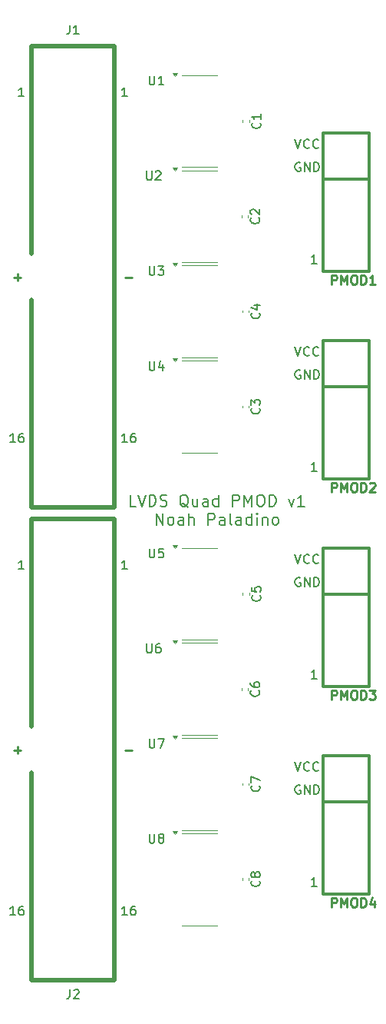
<source format=gbr>
%TF.GenerationSoftware,KiCad,Pcbnew,9.0.0-9.0.0-2~ubuntu24.04.1*%
%TF.CreationDate,2025-03-20T00:33:01-04:00*%
%TF.ProjectId,LVDS-PMOD,4c564453-2d50-44d4-9f44-2e6b69636164,1*%
%TF.SameCoordinates,Original*%
%TF.FileFunction,Legend,Top*%
%TF.FilePolarity,Positive*%
%FSLAX46Y46*%
G04 Gerber Fmt 4.6, Leading zero omitted, Abs format (unit mm)*
G04 Created by KiCad (PCBNEW 9.0.0-9.0.0-2~ubuntu24.04.1) date 2025-03-20 00:33:01*
%MOMM*%
%LPD*%
G01*
G04 APERTURE LIST*
%ADD10C,0.177800*%
%ADD11C,0.150000*%
%ADD12C,0.200000*%
%ADD13C,0.250000*%
%ADD14C,0.254000*%
%ADD15C,0.120000*%
%ADD16C,0.500000*%
%ADD17C,0.304800*%
G04 APERTURE END LIST*
D10*
X46264285Y-86233466D02*
X45659523Y-86233466D01*
X45659523Y-86233466D02*
X45659523Y-84963466D01*
X46506190Y-84963466D02*
X46929523Y-86233466D01*
X46929523Y-86233466D02*
X47352857Y-84963466D01*
X47776189Y-86233466D02*
X47776189Y-84963466D01*
X47776189Y-84963466D02*
X48078570Y-84963466D01*
X48078570Y-84963466D02*
X48259999Y-85023942D01*
X48259999Y-85023942D02*
X48380951Y-85144894D01*
X48380951Y-85144894D02*
X48441428Y-85265847D01*
X48441428Y-85265847D02*
X48501904Y-85507751D01*
X48501904Y-85507751D02*
X48501904Y-85689180D01*
X48501904Y-85689180D02*
X48441428Y-85931085D01*
X48441428Y-85931085D02*
X48380951Y-86052037D01*
X48380951Y-86052037D02*
X48259999Y-86172990D01*
X48259999Y-86172990D02*
X48078570Y-86233466D01*
X48078570Y-86233466D02*
X47776189Y-86233466D01*
X48985713Y-86172990D02*
X49167142Y-86233466D01*
X49167142Y-86233466D02*
X49469523Y-86233466D01*
X49469523Y-86233466D02*
X49590475Y-86172990D01*
X49590475Y-86172990D02*
X49650951Y-86112513D01*
X49650951Y-86112513D02*
X49711428Y-85991561D01*
X49711428Y-85991561D02*
X49711428Y-85870609D01*
X49711428Y-85870609D02*
X49650951Y-85749656D01*
X49650951Y-85749656D02*
X49590475Y-85689180D01*
X49590475Y-85689180D02*
X49469523Y-85628704D01*
X49469523Y-85628704D02*
X49227618Y-85568228D01*
X49227618Y-85568228D02*
X49106666Y-85507751D01*
X49106666Y-85507751D02*
X49046189Y-85447275D01*
X49046189Y-85447275D02*
X48985713Y-85326323D01*
X48985713Y-85326323D02*
X48985713Y-85205370D01*
X48985713Y-85205370D02*
X49046189Y-85084418D01*
X49046189Y-85084418D02*
X49106666Y-85023942D01*
X49106666Y-85023942D02*
X49227618Y-84963466D01*
X49227618Y-84963466D02*
X49529999Y-84963466D01*
X49529999Y-84963466D02*
X49711428Y-85023942D01*
X52069999Y-86354418D02*
X51949047Y-86293942D01*
X51949047Y-86293942D02*
X51828094Y-86172990D01*
X51828094Y-86172990D02*
X51646666Y-85991561D01*
X51646666Y-85991561D02*
X51525713Y-85931085D01*
X51525713Y-85931085D02*
X51404761Y-85931085D01*
X51465237Y-86233466D02*
X51344285Y-86172990D01*
X51344285Y-86172990D02*
X51223332Y-86052037D01*
X51223332Y-86052037D02*
X51162856Y-85810132D01*
X51162856Y-85810132D02*
X51162856Y-85386799D01*
X51162856Y-85386799D02*
X51223332Y-85144894D01*
X51223332Y-85144894D02*
X51344285Y-85023942D01*
X51344285Y-85023942D02*
X51465237Y-84963466D01*
X51465237Y-84963466D02*
X51707142Y-84963466D01*
X51707142Y-84963466D02*
X51828094Y-85023942D01*
X51828094Y-85023942D02*
X51949047Y-85144894D01*
X51949047Y-85144894D02*
X52009523Y-85386799D01*
X52009523Y-85386799D02*
X52009523Y-85810132D01*
X52009523Y-85810132D02*
X51949047Y-86052037D01*
X51949047Y-86052037D02*
X51828094Y-86172990D01*
X51828094Y-86172990D02*
X51707142Y-86233466D01*
X51707142Y-86233466D02*
X51465237Y-86233466D01*
X53098094Y-85386799D02*
X53098094Y-86233466D01*
X52553808Y-85386799D02*
X52553808Y-86052037D01*
X52553808Y-86052037D02*
X52614285Y-86172990D01*
X52614285Y-86172990D02*
X52735237Y-86233466D01*
X52735237Y-86233466D02*
X52916666Y-86233466D01*
X52916666Y-86233466D02*
X53037618Y-86172990D01*
X53037618Y-86172990D02*
X53098094Y-86112513D01*
X54247142Y-86233466D02*
X54247142Y-85568228D01*
X54247142Y-85568228D02*
X54186666Y-85447275D01*
X54186666Y-85447275D02*
X54065714Y-85386799D01*
X54065714Y-85386799D02*
X53823809Y-85386799D01*
X53823809Y-85386799D02*
X53702856Y-85447275D01*
X54247142Y-86172990D02*
X54126190Y-86233466D01*
X54126190Y-86233466D02*
X53823809Y-86233466D01*
X53823809Y-86233466D02*
X53702856Y-86172990D01*
X53702856Y-86172990D02*
X53642380Y-86052037D01*
X53642380Y-86052037D02*
X53642380Y-85931085D01*
X53642380Y-85931085D02*
X53702856Y-85810132D01*
X53702856Y-85810132D02*
X53823809Y-85749656D01*
X53823809Y-85749656D02*
X54126190Y-85749656D01*
X54126190Y-85749656D02*
X54247142Y-85689180D01*
X55396190Y-86233466D02*
X55396190Y-84963466D01*
X55396190Y-86172990D02*
X55275238Y-86233466D01*
X55275238Y-86233466D02*
X55033333Y-86233466D01*
X55033333Y-86233466D02*
X54912381Y-86172990D01*
X54912381Y-86172990D02*
X54851904Y-86112513D01*
X54851904Y-86112513D02*
X54791428Y-85991561D01*
X54791428Y-85991561D02*
X54791428Y-85628704D01*
X54791428Y-85628704D02*
X54851904Y-85507751D01*
X54851904Y-85507751D02*
X54912381Y-85447275D01*
X54912381Y-85447275D02*
X55033333Y-85386799D01*
X55033333Y-85386799D02*
X55275238Y-85386799D01*
X55275238Y-85386799D02*
X55396190Y-85447275D01*
X56968571Y-86233466D02*
X56968571Y-84963466D01*
X56968571Y-84963466D02*
X57452381Y-84963466D01*
X57452381Y-84963466D02*
X57573333Y-85023942D01*
X57573333Y-85023942D02*
X57633810Y-85084418D01*
X57633810Y-85084418D02*
X57694286Y-85205370D01*
X57694286Y-85205370D02*
X57694286Y-85386799D01*
X57694286Y-85386799D02*
X57633810Y-85507751D01*
X57633810Y-85507751D02*
X57573333Y-85568228D01*
X57573333Y-85568228D02*
X57452381Y-85628704D01*
X57452381Y-85628704D02*
X56968571Y-85628704D01*
X58238571Y-86233466D02*
X58238571Y-84963466D01*
X58238571Y-84963466D02*
X58661905Y-85870609D01*
X58661905Y-85870609D02*
X59085238Y-84963466D01*
X59085238Y-84963466D02*
X59085238Y-86233466D01*
X59931905Y-84963466D02*
X60173810Y-84963466D01*
X60173810Y-84963466D02*
X60294762Y-85023942D01*
X60294762Y-85023942D02*
X60415715Y-85144894D01*
X60415715Y-85144894D02*
X60476191Y-85386799D01*
X60476191Y-85386799D02*
X60476191Y-85810132D01*
X60476191Y-85810132D02*
X60415715Y-86052037D01*
X60415715Y-86052037D02*
X60294762Y-86172990D01*
X60294762Y-86172990D02*
X60173810Y-86233466D01*
X60173810Y-86233466D02*
X59931905Y-86233466D01*
X59931905Y-86233466D02*
X59810953Y-86172990D01*
X59810953Y-86172990D02*
X59690000Y-86052037D01*
X59690000Y-86052037D02*
X59629524Y-85810132D01*
X59629524Y-85810132D02*
X59629524Y-85386799D01*
X59629524Y-85386799D02*
X59690000Y-85144894D01*
X59690000Y-85144894D02*
X59810953Y-85023942D01*
X59810953Y-85023942D02*
X59931905Y-84963466D01*
X61020476Y-86233466D02*
X61020476Y-84963466D01*
X61020476Y-84963466D02*
X61322857Y-84963466D01*
X61322857Y-84963466D02*
X61504286Y-85023942D01*
X61504286Y-85023942D02*
X61625238Y-85144894D01*
X61625238Y-85144894D02*
X61685715Y-85265847D01*
X61685715Y-85265847D02*
X61746191Y-85507751D01*
X61746191Y-85507751D02*
X61746191Y-85689180D01*
X61746191Y-85689180D02*
X61685715Y-85931085D01*
X61685715Y-85931085D02*
X61625238Y-86052037D01*
X61625238Y-86052037D02*
X61504286Y-86172990D01*
X61504286Y-86172990D02*
X61322857Y-86233466D01*
X61322857Y-86233466D02*
X61020476Y-86233466D01*
X63137143Y-85386799D02*
X63439524Y-86233466D01*
X63439524Y-86233466D02*
X63741905Y-85386799D01*
X64890953Y-86233466D02*
X64165238Y-86233466D01*
X64528095Y-86233466D02*
X64528095Y-84963466D01*
X64528095Y-84963466D02*
X64407143Y-85144894D01*
X64407143Y-85144894D02*
X64286191Y-85265847D01*
X64286191Y-85265847D02*
X64165238Y-85326323D01*
X48532141Y-88278095D02*
X48532141Y-87008095D01*
X48532141Y-87008095D02*
X49257856Y-88278095D01*
X49257856Y-88278095D02*
X49257856Y-87008095D01*
X50044046Y-88278095D02*
X49923094Y-88217619D01*
X49923094Y-88217619D02*
X49862617Y-88157142D01*
X49862617Y-88157142D02*
X49802141Y-88036190D01*
X49802141Y-88036190D02*
X49802141Y-87673333D01*
X49802141Y-87673333D02*
X49862617Y-87552380D01*
X49862617Y-87552380D02*
X49923094Y-87491904D01*
X49923094Y-87491904D02*
X50044046Y-87431428D01*
X50044046Y-87431428D02*
X50225475Y-87431428D01*
X50225475Y-87431428D02*
X50346427Y-87491904D01*
X50346427Y-87491904D02*
X50406903Y-87552380D01*
X50406903Y-87552380D02*
X50467379Y-87673333D01*
X50467379Y-87673333D02*
X50467379Y-88036190D01*
X50467379Y-88036190D02*
X50406903Y-88157142D01*
X50406903Y-88157142D02*
X50346427Y-88217619D01*
X50346427Y-88217619D02*
X50225475Y-88278095D01*
X50225475Y-88278095D02*
X50044046Y-88278095D01*
X51555951Y-88278095D02*
X51555951Y-87612857D01*
X51555951Y-87612857D02*
X51495475Y-87491904D01*
X51495475Y-87491904D02*
X51374523Y-87431428D01*
X51374523Y-87431428D02*
X51132618Y-87431428D01*
X51132618Y-87431428D02*
X51011665Y-87491904D01*
X51555951Y-88217619D02*
X51434999Y-88278095D01*
X51434999Y-88278095D02*
X51132618Y-88278095D01*
X51132618Y-88278095D02*
X51011665Y-88217619D01*
X51011665Y-88217619D02*
X50951189Y-88096666D01*
X50951189Y-88096666D02*
X50951189Y-87975714D01*
X50951189Y-87975714D02*
X51011665Y-87854761D01*
X51011665Y-87854761D02*
X51132618Y-87794285D01*
X51132618Y-87794285D02*
X51434999Y-87794285D01*
X51434999Y-87794285D02*
X51555951Y-87733809D01*
X52160713Y-88278095D02*
X52160713Y-87008095D01*
X52704999Y-88278095D02*
X52704999Y-87612857D01*
X52704999Y-87612857D02*
X52644523Y-87491904D01*
X52644523Y-87491904D02*
X52523571Y-87431428D01*
X52523571Y-87431428D02*
X52342142Y-87431428D01*
X52342142Y-87431428D02*
X52221190Y-87491904D01*
X52221190Y-87491904D02*
X52160713Y-87552380D01*
X54277380Y-88278095D02*
X54277380Y-87008095D01*
X54277380Y-87008095D02*
X54761190Y-87008095D01*
X54761190Y-87008095D02*
X54882142Y-87068571D01*
X54882142Y-87068571D02*
X54942619Y-87129047D01*
X54942619Y-87129047D02*
X55003095Y-87249999D01*
X55003095Y-87249999D02*
X55003095Y-87431428D01*
X55003095Y-87431428D02*
X54942619Y-87552380D01*
X54942619Y-87552380D02*
X54882142Y-87612857D01*
X54882142Y-87612857D02*
X54761190Y-87673333D01*
X54761190Y-87673333D02*
X54277380Y-87673333D01*
X56091666Y-88278095D02*
X56091666Y-87612857D01*
X56091666Y-87612857D02*
X56031190Y-87491904D01*
X56031190Y-87491904D02*
X55910238Y-87431428D01*
X55910238Y-87431428D02*
X55668333Y-87431428D01*
X55668333Y-87431428D02*
X55547380Y-87491904D01*
X56091666Y-88217619D02*
X55970714Y-88278095D01*
X55970714Y-88278095D02*
X55668333Y-88278095D01*
X55668333Y-88278095D02*
X55547380Y-88217619D01*
X55547380Y-88217619D02*
X55486904Y-88096666D01*
X55486904Y-88096666D02*
X55486904Y-87975714D01*
X55486904Y-87975714D02*
X55547380Y-87854761D01*
X55547380Y-87854761D02*
X55668333Y-87794285D01*
X55668333Y-87794285D02*
X55970714Y-87794285D01*
X55970714Y-87794285D02*
X56091666Y-87733809D01*
X56877857Y-88278095D02*
X56756905Y-88217619D01*
X56756905Y-88217619D02*
X56696428Y-88096666D01*
X56696428Y-88096666D02*
X56696428Y-87008095D01*
X57905952Y-88278095D02*
X57905952Y-87612857D01*
X57905952Y-87612857D02*
X57845476Y-87491904D01*
X57845476Y-87491904D02*
X57724524Y-87431428D01*
X57724524Y-87431428D02*
X57482619Y-87431428D01*
X57482619Y-87431428D02*
X57361666Y-87491904D01*
X57905952Y-88217619D02*
X57785000Y-88278095D01*
X57785000Y-88278095D02*
X57482619Y-88278095D01*
X57482619Y-88278095D02*
X57361666Y-88217619D01*
X57361666Y-88217619D02*
X57301190Y-88096666D01*
X57301190Y-88096666D02*
X57301190Y-87975714D01*
X57301190Y-87975714D02*
X57361666Y-87854761D01*
X57361666Y-87854761D02*
X57482619Y-87794285D01*
X57482619Y-87794285D02*
X57785000Y-87794285D01*
X57785000Y-87794285D02*
X57905952Y-87733809D01*
X59055000Y-88278095D02*
X59055000Y-87008095D01*
X59055000Y-88217619D02*
X58934048Y-88278095D01*
X58934048Y-88278095D02*
X58692143Y-88278095D01*
X58692143Y-88278095D02*
X58571191Y-88217619D01*
X58571191Y-88217619D02*
X58510714Y-88157142D01*
X58510714Y-88157142D02*
X58450238Y-88036190D01*
X58450238Y-88036190D02*
X58450238Y-87673333D01*
X58450238Y-87673333D02*
X58510714Y-87552380D01*
X58510714Y-87552380D02*
X58571191Y-87491904D01*
X58571191Y-87491904D02*
X58692143Y-87431428D01*
X58692143Y-87431428D02*
X58934048Y-87431428D01*
X58934048Y-87431428D02*
X59055000Y-87491904D01*
X59659762Y-88278095D02*
X59659762Y-87431428D01*
X59659762Y-87008095D02*
X59599286Y-87068571D01*
X59599286Y-87068571D02*
X59659762Y-87129047D01*
X59659762Y-87129047D02*
X59720239Y-87068571D01*
X59720239Y-87068571D02*
X59659762Y-87008095D01*
X59659762Y-87008095D02*
X59659762Y-87129047D01*
X60264524Y-87431428D02*
X60264524Y-88278095D01*
X60264524Y-87552380D02*
X60325001Y-87491904D01*
X60325001Y-87491904D02*
X60445953Y-87431428D01*
X60445953Y-87431428D02*
X60627382Y-87431428D01*
X60627382Y-87431428D02*
X60748334Y-87491904D01*
X60748334Y-87491904D02*
X60808810Y-87612857D01*
X60808810Y-87612857D02*
X60808810Y-88278095D01*
X61595001Y-88278095D02*
X61474049Y-88217619D01*
X61474049Y-88217619D02*
X61413572Y-88157142D01*
X61413572Y-88157142D02*
X61353096Y-88036190D01*
X61353096Y-88036190D02*
X61353096Y-87673333D01*
X61353096Y-87673333D02*
X61413572Y-87552380D01*
X61413572Y-87552380D02*
X61474049Y-87491904D01*
X61474049Y-87491904D02*
X61595001Y-87431428D01*
X61595001Y-87431428D02*
X61776430Y-87431428D01*
X61776430Y-87431428D02*
X61897382Y-87491904D01*
X61897382Y-87491904D02*
X61957858Y-87552380D01*
X61957858Y-87552380D02*
X62018334Y-87673333D01*
X62018334Y-87673333D02*
X62018334Y-88036190D01*
X62018334Y-88036190D02*
X61957858Y-88157142D01*
X61957858Y-88157142D02*
X61897382Y-88217619D01*
X61897382Y-88217619D02*
X61776430Y-88278095D01*
X61776430Y-88278095D02*
X61595001Y-88278095D01*
D11*
X47785095Y-90893819D02*
X47785095Y-91703342D01*
X47785095Y-91703342D02*
X47832714Y-91798580D01*
X47832714Y-91798580D02*
X47880333Y-91846200D01*
X47880333Y-91846200D02*
X47975571Y-91893819D01*
X47975571Y-91893819D02*
X48166047Y-91893819D01*
X48166047Y-91893819D02*
X48261285Y-91846200D01*
X48261285Y-91846200D02*
X48308904Y-91798580D01*
X48308904Y-91798580D02*
X48356523Y-91703342D01*
X48356523Y-91703342D02*
X48356523Y-90893819D01*
X49308904Y-90893819D02*
X48832714Y-90893819D01*
X48832714Y-90893819D02*
X48785095Y-91370009D01*
X48785095Y-91370009D02*
X48832714Y-91322390D01*
X48832714Y-91322390D02*
X48927952Y-91274771D01*
X48927952Y-91274771D02*
X49166047Y-91274771D01*
X49166047Y-91274771D02*
X49261285Y-91322390D01*
X49261285Y-91322390D02*
X49308904Y-91370009D01*
X49308904Y-91370009D02*
X49356523Y-91465247D01*
X49356523Y-91465247D02*
X49356523Y-91703342D01*
X49356523Y-91703342D02*
X49308904Y-91798580D01*
X49308904Y-91798580D02*
X49261285Y-91846200D01*
X49261285Y-91846200D02*
X49166047Y-91893819D01*
X49166047Y-91893819D02*
X48927952Y-91893819D01*
X48927952Y-91893819D02*
X48832714Y-91846200D01*
X48832714Y-91846200D02*
X48785095Y-91798580D01*
X47785095Y-122326319D02*
X47785095Y-123135842D01*
X47785095Y-123135842D02*
X47832714Y-123231080D01*
X47832714Y-123231080D02*
X47880333Y-123278700D01*
X47880333Y-123278700D02*
X47975571Y-123326319D01*
X47975571Y-123326319D02*
X48166047Y-123326319D01*
X48166047Y-123326319D02*
X48261285Y-123278700D01*
X48261285Y-123278700D02*
X48308904Y-123231080D01*
X48308904Y-123231080D02*
X48356523Y-123135842D01*
X48356523Y-123135842D02*
X48356523Y-122326319D01*
X48975571Y-122754890D02*
X48880333Y-122707271D01*
X48880333Y-122707271D02*
X48832714Y-122659652D01*
X48832714Y-122659652D02*
X48785095Y-122564414D01*
X48785095Y-122564414D02*
X48785095Y-122516795D01*
X48785095Y-122516795D02*
X48832714Y-122421557D01*
X48832714Y-122421557D02*
X48880333Y-122373938D01*
X48880333Y-122373938D02*
X48975571Y-122326319D01*
X48975571Y-122326319D02*
X49166047Y-122326319D01*
X49166047Y-122326319D02*
X49261285Y-122373938D01*
X49261285Y-122373938D02*
X49308904Y-122421557D01*
X49308904Y-122421557D02*
X49356523Y-122516795D01*
X49356523Y-122516795D02*
X49356523Y-122564414D01*
X49356523Y-122564414D02*
X49308904Y-122659652D01*
X49308904Y-122659652D02*
X49261285Y-122707271D01*
X49261285Y-122707271D02*
X49166047Y-122754890D01*
X49166047Y-122754890D02*
X48975571Y-122754890D01*
X48975571Y-122754890D02*
X48880333Y-122802509D01*
X48880333Y-122802509D02*
X48832714Y-122850128D01*
X48832714Y-122850128D02*
X48785095Y-122945366D01*
X48785095Y-122945366D02*
X48785095Y-123135842D01*
X48785095Y-123135842D02*
X48832714Y-123231080D01*
X48832714Y-123231080D02*
X48880333Y-123278700D01*
X48880333Y-123278700D02*
X48975571Y-123326319D01*
X48975571Y-123326319D02*
X49166047Y-123326319D01*
X49166047Y-123326319D02*
X49261285Y-123278700D01*
X49261285Y-123278700D02*
X49308904Y-123231080D01*
X49308904Y-123231080D02*
X49356523Y-123135842D01*
X49356523Y-123135842D02*
X49356523Y-122945366D01*
X49356523Y-122945366D02*
X49308904Y-122850128D01*
X49308904Y-122850128D02*
X49261285Y-122802509D01*
X49261285Y-122802509D02*
X49166047Y-122754890D01*
D12*
X39006166Y-139469719D02*
X39006166Y-140184004D01*
X39006166Y-140184004D02*
X38958547Y-140326861D01*
X38958547Y-140326861D02*
X38863309Y-140422100D01*
X38863309Y-140422100D02*
X38720452Y-140469719D01*
X38720452Y-140469719D02*
X38625214Y-140469719D01*
X39434738Y-139564957D02*
X39482357Y-139517338D01*
X39482357Y-139517338D02*
X39577595Y-139469719D01*
X39577595Y-139469719D02*
X39815690Y-139469719D01*
X39815690Y-139469719D02*
X39910928Y-139517338D01*
X39910928Y-139517338D02*
X39958547Y-139564957D01*
X39958547Y-139564957D02*
X40006166Y-139660195D01*
X40006166Y-139660195D02*
X40006166Y-139755433D01*
X40006166Y-139755433D02*
X39958547Y-139898290D01*
X39958547Y-139898290D02*
X39387119Y-140469719D01*
X39387119Y-140469719D02*
X40006166Y-140469719D01*
X45312982Y-131261219D02*
X44741554Y-131261219D01*
X45027268Y-131261219D02*
X45027268Y-130261219D01*
X45027268Y-130261219D02*
X44932030Y-130404076D01*
X44932030Y-130404076D02*
X44836792Y-130499314D01*
X44836792Y-130499314D02*
X44741554Y-130546933D01*
X46170125Y-130261219D02*
X45979649Y-130261219D01*
X45979649Y-130261219D02*
X45884411Y-130308838D01*
X45884411Y-130308838D02*
X45836792Y-130356457D01*
X45836792Y-130356457D02*
X45741554Y-130499314D01*
X45741554Y-130499314D02*
X45693935Y-130689790D01*
X45693935Y-130689790D02*
X45693935Y-131070742D01*
X45693935Y-131070742D02*
X45741554Y-131165980D01*
X45741554Y-131165980D02*
X45789173Y-131213600D01*
X45789173Y-131213600D02*
X45884411Y-131261219D01*
X45884411Y-131261219D02*
X46074887Y-131261219D01*
X46074887Y-131261219D02*
X46170125Y-131213600D01*
X46170125Y-131213600D02*
X46217744Y-131165980D01*
X46217744Y-131165980D02*
X46265363Y-131070742D01*
X46265363Y-131070742D02*
X46265363Y-130832647D01*
X46265363Y-130832647D02*
X46217744Y-130737409D01*
X46217744Y-130737409D02*
X46170125Y-130689790D01*
X46170125Y-130689790D02*
X46074887Y-130642171D01*
X46074887Y-130642171D02*
X45884411Y-130642171D01*
X45884411Y-130642171D02*
X45789173Y-130689790D01*
X45789173Y-130689790D02*
X45741554Y-130737409D01*
X45741554Y-130737409D02*
X45693935Y-130832647D01*
X45312982Y-93161219D02*
X44741554Y-93161219D01*
X45027268Y-93161219D02*
X45027268Y-92161219D01*
X45027268Y-92161219D02*
X44932030Y-92304076D01*
X44932030Y-92304076D02*
X44836792Y-92399314D01*
X44836792Y-92399314D02*
X44741554Y-92446933D01*
D13*
X32841027Y-113097666D02*
X33602932Y-113097666D01*
X33221979Y-113478619D02*
X33221979Y-112716714D01*
D12*
X33937445Y-93161219D02*
X33366017Y-93161219D01*
X33651731Y-93161219D02*
X33651731Y-92161219D01*
X33651731Y-92161219D02*
X33556493Y-92304076D01*
X33556493Y-92304076D02*
X33461255Y-92399314D01*
X33461255Y-92399314D02*
X33366017Y-92446933D01*
X32985064Y-131261219D02*
X32413636Y-131261219D01*
X32699350Y-131261219D02*
X32699350Y-130261219D01*
X32699350Y-130261219D02*
X32604112Y-130404076D01*
X32604112Y-130404076D02*
X32508874Y-130499314D01*
X32508874Y-130499314D02*
X32413636Y-130546933D01*
X33842207Y-130261219D02*
X33651731Y-130261219D01*
X33651731Y-130261219D02*
X33556493Y-130308838D01*
X33556493Y-130308838D02*
X33508874Y-130356457D01*
X33508874Y-130356457D02*
X33413636Y-130499314D01*
X33413636Y-130499314D02*
X33366017Y-130689790D01*
X33366017Y-130689790D02*
X33366017Y-131070742D01*
X33366017Y-131070742D02*
X33413636Y-131165980D01*
X33413636Y-131165980D02*
X33461255Y-131213600D01*
X33461255Y-131213600D02*
X33556493Y-131261219D01*
X33556493Y-131261219D02*
X33746969Y-131261219D01*
X33746969Y-131261219D02*
X33842207Y-131213600D01*
X33842207Y-131213600D02*
X33889826Y-131165980D01*
X33889826Y-131165980D02*
X33937445Y-131070742D01*
X33937445Y-131070742D02*
X33937445Y-130832647D01*
X33937445Y-130832647D02*
X33889826Y-130737409D01*
X33889826Y-130737409D02*
X33842207Y-130689790D01*
X33842207Y-130689790D02*
X33746969Y-130642171D01*
X33746969Y-130642171D02*
X33556493Y-130642171D01*
X33556493Y-130642171D02*
X33461255Y-130689790D01*
X33461255Y-130689790D02*
X33413636Y-130737409D01*
X33413636Y-130737409D02*
X33366017Y-130832647D01*
D13*
X45076068Y-113097666D02*
X45837973Y-113097666D01*
D11*
X59909080Y-117005666D02*
X59956700Y-117053285D01*
X59956700Y-117053285D02*
X60004319Y-117196142D01*
X60004319Y-117196142D02*
X60004319Y-117291380D01*
X60004319Y-117291380D02*
X59956700Y-117434237D01*
X59956700Y-117434237D02*
X59861461Y-117529475D01*
X59861461Y-117529475D02*
X59766223Y-117577094D01*
X59766223Y-117577094D02*
X59575747Y-117624713D01*
X59575747Y-117624713D02*
X59432890Y-117624713D01*
X59432890Y-117624713D02*
X59242414Y-117577094D01*
X59242414Y-117577094D02*
X59147176Y-117529475D01*
X59147176Y-117529475D02*
X59051938Y-117434237D01*
X59051938Y-117434237D02*
X59004319Y-117291380D01*
X59004319Y-117291380D02*
X59004319Y-117196142D01*
X59004319Y-117196142D02*
X59051938Y-117053285D01*
X59051938Y-117053285D02*
X59099557Y-117005666D01*
X59004319Y-116672332D02*
X59004319Y-116005666D01*
X59004319Y-116005666D02*
X60004319Y-116434237D01*
X59844080Y-106528166D02*
X59891700Y-106575785D01*
X59891700Y-106575785D02*
X59939319Y-106718642D01*
X59939319Y-106718642D02*
X59939319Y-106813880D01*
X59939319Y-106813880D02*
X59891700Y-106956737D01*
X59891700Y-106956737D02*
X59796461Y-107051975D01*
X59796461Y-107051975D02*
X59701223Y-107099594D01*
X59701223Y-107099594D02*
X59510747Y-107147213D01*
X59510747Y-107147213D02*
X59367890Y-107147213D01*
X59367890Y-107147213D02*
X59177414Y-107099594D01*
X59177414Y-107099594D02*
X59082176Y-107051975D01*
X59082176Y-107051975D02*
X58986938Y-106956737D01*
X58986938Y-106956737D02*
X58939319Y-106813880D01*
X58939319Y-106813880D02*
X58939319Y-106718642D01*
X58939319Y-106718642D02*
X58986938Y-106575785D01*
X58986938Y-106575785D02*
X59034557Y-106528166D01*
X58939319Y-105671023D02*
X58939319Y-105861499D01*
X58939319Y-105861499D02*
X58986938Y-105956737D01*
X58986938Y-105956737D02*
X59034557Y-106004356D01*
X59034557Y-106004356D02*
X59177414Y-106099594D01*
X59177414Y-106099594D02*
X59367890Y-106147213D01*
X59367890Y-106147213D02*
X59748842Y-106147213D01*
X59748842Y-106147213D02*
X59844080Y-106099594D01*
X59844080Y-106099594D02*
X59891700Y-106051975D01*
X59891700Y-106051975D02*
X59939319Y-105956737D01*
X59939319Y-105956737D02*
X59939319Y-105766261D01*
X59939319Y-105766261D02*
X59891700Y-105671023D01*
X59891700Y-105671023D02*
X59844080Y-105623404D01*
X59844080Y-105623404D02*
X59748842Y-105575785D01*
X59748842Y-105575785D02*
X59510747Y-105575785D01*
X59510747Y-105575785D02*
X59415509Y-105623404D01*
X59415509Y-105623404D02*
X59367890Y-105671023D01*
X59367890Y-105671023D02*
X59320271Y-105766261D01*
X59320271Y-105766261D02*
X59320271Y-105956737D01*
X59320271Y-105956737D02*
X59367890Y-106051975D01*
X59367890Y-106051975D02*
X59415509Y-106099594D01*
X59415509Y-106099594D02*
X59510747Y-106147213D01*
X47785095Y-111848819D02*
X47785095Y-112658342D01*
X47785095Y-112658342D02*
X47832714Y-112753580D01*
X47832714Y-112753580D02*
X47880333Y-112801200D01*
X47880333Y-112801200D02*
X47975571Y-112848819D01*
X47975571Y-112848819D02*
X48166047Y-112848819D01*
X48166047Y-112848819D02*
X48261285Y-112801200D01*
X48261285Y-112801200D02*
X48308904Y-112753580D01*
X48308904Y-112753580D02*
X48356523Y-112658342D01*
X48356523Y-112658342D02*
X48356523Y-111848819D01*
X48737476Y-111848819D02*
X49404142Y-111848819D01*
X49404142Y-111848819D02*
X48975571Y-112848819D01*
X59909080Y-127483166D02*
X59956700Y-127530785D01*
X59956700Y-127530785D02*
X60004319Y-127673642D01*
X60004319Y-127673642D02*
X60004319Y-127768880D01*
X60004319Y-127768880D02*
X59956700Y-127911737D01*
X59956700Y-127911737D02*
X59861461Y-128006975D01*
X59861461Y-128006975D02*
X59766223Y-128054594D01*
X59766223Y-128054594D02*
X59575747Y-128102213D01*
X59575747Y-128102213D02*
X59432890Y-128102213D01*
X59432890Y-128102213D02*
X59242414Y-128054594D01*
X59242414Y-128054594D02*
X59147176Y-128006975D01*
X59147176Y-128006975D02*
X59051938Y-127911737D01*
X59051938Y-127911737D02*
X59004319Y-127768880D01*
X59004319Y-127768880D02*
X59004319Y-127673642D01*
X59004319Y-127673642D02*
X59051938Y-127530785D01*
X59051938Y-127530785D02*
X59099557Y-127483166D01*
X59432890Y-126911737D02*
X59385271Y-127006975D01*
X59385271Y-127006975D02*
X59337652Y-127054594D01*
X59337652Y-127054594D02*
X59242414Y-127102213D01*
X59242414Y-127102213D02*
X59194795Y-127102213D01*
X59194795Y-127102213D02*
X59099557Y-127054594D01*
X59099557Y-127054594D02*
X59051938Y-127006975D01*
X59051938Y-127006975D02*
X59004319Y-126911737D01*
X59004319Y-126911737D02*
X59004319Y-126721261D01*
X59004319Y-126721261D02*
X59051938Y-126626023D01*
X59051938Y-126626023D02*
X59099557Y-126578404D01*
X59099557Y-126578404D02*
X59194795Y-126530785D01*
X59194795Y-126530785D02*
X59242414Y-126530785D01*
X59242414Y-126530785D02*
X59337652Y-126578404D01*
X59337652Y-126578404D02*
X59385271Y-126626023D01*
X59385271Y-126626023D02*
X59432890Y-126721261D01*
X59432890Y-126721261D02*
X59432890Y-126911737D01*
X59432890Y-126911737D02*
X59480509Y-127006975D01*
X59480509Y-127006975D02*
X59528128Y-127054594D01*
X59528128Y-127054594D02*
X59623366Y-127102213D01*
X59623366Y-127102213D02*
X59813842Y-127102213D01*
X59813842Y-127102213D02*
X59909080Y-127054594D01*
X59909080Y-127054594D02*
X59956700Y-127006975D01*
X59956700Y-127006975D02*
X60004319Y-126911737D01*
X60004319Y-126911737D02*
X60004319Y-126721261D01*
X60004319Y-126721261D02*
X59956700Y-126626023D01*
X59956700Y-126626023D02*
X59909080Y-126578404D01*
X59909080Y-126578404D02*
X59813842Y-126530785D01*
X59813842Y-126530785D02*
X59623366Y-126530785D01*
X59623366Y-126530785D02*
X59528128Y-126578404D01*
X59528128Y-126578404D02*
X59480509Y-126626023D01*
X59480509Y-126626023D02*
X59432890Y-126721261D01*
X47467595Y-101371319D02*
X47467595Y-102180842D01*
X47467595Y-102180842D02*
X47515214Y-102276080D01*
X47515214Y-102276080D02*
X47562833Y-102323700D01*
X47562833Y-102323700D02*
X47658071Y-102371319D01*
X47658071Y-102371319D02*
X47848547Y-102371319D01*
X47848547Y-102371319D02*
X47943785Y-102323700D01*
X47943785Y-102323700D02*
X47991404Y-102276080D01*
X47991404Y-102276080D02*
X48039023Y-102180842D01*
X48039023Y-102180842D02*
X48039023Y-101371319D01*
X48943785Y-101371319D02*
X48753309Y-101371319D01*
X48753309Y-101371319D02*
X48658071Y-101418938D01*
X48658071Y-101418938D02*
X48610452Y-101466557D01*
X48610452Y-101466557D02*
X48515214Y-101609414D01*
X48515214Y-101609414D02*
X48467595Y-101799890D01*
X48467595Y-101799890D02*
X48467595Y-102180842D01*
X48467595Y-102180842D02*
X48515214Y-102276080D01*
X48515214Y-102276080D02*
X48562833Y-102323700D01*
X48562833Y-102323700D02*
X48658071Y-102371319D01*
X48658071Y-102371319D02*
X48848547Y-102371319D01*
X48848547Y-102371319D02*
X48943785Y-102323700D01*
X48943785Y-102323700D02*
X48991404Y-102276080D01*
X48991404Y-102276080D02*
X49039023Y-102180842D01*
X49039023Y-102180842D02*
X49039023Y-101942747D01*
X49039023Y-101942747D02*
X48991404Y-101847509D01*
X48991404Y-101847509D02*
X48943785Y-101799890D01*
X48943785Y-101799890D02*
X48848547Y-101752271D01*
X48848547Y-101752271D02*
X48658071Y-101752271D01*
X48658071Y-101752271D02*
X48562833Y-101799890D01*
X48562833Y-101799890D02*
X48515214Y-101847509D01*
X48515214Y-101847509D02*
X48467595Y-101942747D01*
X59974080Y-96050666D02*
X60021700Y-96098285D01*
X60021700Y-96098285D02*
X60069319Y-96241142D01*
X60069319Y-96241142D02*
X60069319Y-96336380D01*
X60069319Y-96336380D02*
X60021700Y-96479237D01*
X60021700Y-96479237D02*
X59926461Y-96574475D01*
X59926461Y-96574475D02*
X59831223Y-96622094D01*
X59831223Y-96622094D02*
X59640747Y-96669713D01*
X59640747Y-96669713D02*
X59497890Y-96669713D01*
X59497890Y-96669713D02*
X59307414Y-96622094D01*
X59307414Y-96622094D02*
X59212176Y-96574475D01*
X59212176Y-96574475D02*
X59116938Y-96479237D01*
X59116938Y-96479237D02*
X59069319Y-96336380D01*
X59069319Y-96336380D02*
X59069319Y-96241142D01*
X59069319Y-96241142D02*
X59116938Y-96098285D01*
X59116938Y-96098285D02*
X59164557Y-96050666D01*
X59069319Y-95145904D02*
X59069319Y-95622094D01*
X59069319Y-95622094D02*
X59545509Y-95669713D01*
X59545509Y-95669713D02*
X59497890Y-95622094D01*
X59497890Y-95622094D02*
X59450271Y-95526856D01*
X59450271Y-95526856D02*
X59450271Y-95288761D01*
X59450271Y-95288761D02*
X59497890Y-95193523D01*
X59497890Y-95193523D02*
X59545509Y-95145904D01*
X59545509Y-95145904D02*
X59640747Y-95098285D01*
X59640747Y-95098285D02*
X59878842Y-95098285D01*
X59878842Y-95098285D02*
X59974080Y-95145904D01*
X59974080Y-95145904D02*
X60021700Y-95193523D01*
X60021700Y-95193523D02*
X60069319Y-95288761D01*
X60069319Y-95288761D02*
X60069319Y-95526856D01*
X60069319Y-95526856D02*
X60021700Y-95622094D01*
X60021700Y-95622094D02*
X59974080Y-95669713D01*
D12*
X39006166Y-33244219D02*
X39006166Y-33958504D01*
X39006166Y-33958504D02*
X38958547Y-34101361D01*
X38958547Y-34101361D02*
X38863309Y-34196600D01*
X38863309Y-34196600D02*
X38720452Y-34244219D01*
X38720452Y-34244219D02*
X38625214Y-34244219D01*
X40006166Y-34244219D02*
X39434738Y-34244219D01*
X39720452Y-34244219D02*
X39720452Y-33244219D01*
X39720452Y-33244219D02*
X39625214Y-33387076D01*
X39625214Y-33387076D02*
X39529976Y-33482314D01*
X39529976Y-33482314D02*
X39434738Y-33529933D01*
D13*
X45076068Y-61038666D02*
X45837973Y-61038666D01*
D12*
X32985064Y-79202219D02*
X32413636Y-79202219D01*
X32699350Y-79202219D02*
X32699350Y-78202219D01*
X32699350Y-78202219D02*
X32604112Y-78345076D01*
X32604112Y-78345076D02*
X32508874Y-78440314D01*
X32508874Y-78440314D02*
X32413636Y-78487933D01*
X33842207Y-78202219D02*
X33651731Y-78202219D01*
X33651731Y-78202219D02*
X33556493Y-78249838D01*
X33556493Y-78249838D02*
X33508874Y-78297457D01*
X33508874Y-78297457D02*
X33413636Y-78440314D01*
X33413636Y-78440314D02*
X33366017Y-78630790D01*
X33366017Y-78630790D02*
X33366017Y-79011742D01*
X33366017Y-79011742D02*
X33413636Y-79106980D01*
X33413636Y-79106980D02*
X33461255Y-79154600D01*
X33461255Y-79154600D02*
X33556493Y-79202219D01*
X33556493Y-79202219D02*
X33746969Y-79202219D01*
X33746969Y-79202219D02*
X33842207Y-79154600D01*
X33842207Y-79154600D02*
X33889826Y-79106980D01*
X33889826Y-79106980D02*
X33937445Y-79011742D01*
X33937445Y-79011742D02*
X33937445Y-78773647D01*
X33937445Y-78773647D02*
X33889826Y-78678409D01*
X33889826Y-78678409D02*
X33842207Y-78630790D01*
X33842207Y-78630790D02*
X33746969Y-78583171D01*
X33746969Y-78583171D02*
X33556493Y-78583171D01*
X33556493Y-78583171D02*
X33461255Y-78630790D01*
X33461255Y-78630790D02*
X33413636Y-78678409D01*
X33413636Y-78678409D02*
X33366017Y-78773647D01*
X33937445Y-41102219D02*
X33366017Y-41102219D01*
X33651731Y-41102219D02*
X33651731Y-40102219D01*
X33651731Y-40102219D02*
X33556493Y-40245076D01*
X33556493Y-40245076D02*
X33461255Y-40340314D01*
X33461255Y-40340314D02*
X33366017Y-40387933D01*
D13*
X32841027Y-61038666D02*
X33602932Y-61038666D01*
X33221979Y-61419619D02*
X33221979Y-60657714D01*
D12*
X45312982Y-41102219D02*
X44741554Y-41102219D01*
X45027268Y-41102219D02*
X45027268Y-40102219D01*
X45027268Y-40102219D02*
X44932030Y-40245076D01*
X44932030Y-40245076D02*
X44836792Y-40340314D01*
X44836792Y-40340314D02*
X44741554Y-40387933D01*
X45312982Y-79202219D02*
X44741554Y-79202219D01*
X45027268Y-79202219D02*
X45027268Y-78202219D01*
X45027268Y-78202219D02*
X44932030Y-78345076D01*
X44932030Y-78345076D02*
X44836792Y-78440314D01*
X44836792Y-78440314D02*
X44741554Y-78487933D01*
X46170125Y-78202219D02*
X45979649Y-78202219D01*
X45979649Y-78202219D02*
X45884411Y-78249838D01*
X45884411Y-78249838D02*
X45836792Y-78297457D01*
X45836792Y-78297457D02*
X45741554Y-78440314D01*
X45741554Y-78440314D02*
X45693935Y-78630790D01*
X45693935Y-78630790D02*
X45693935Y-79011742D01*
X45693935Y-79011742D02*
X45741554Y-79106980D01*
X45741554Y-79106980D02*
X45789173Y-79154600D01*
X45789173Y-79154600D02*
X45884411Y-79202219D01*
X45884411Y-79202219D02*
X46074887Y-79202219D01*
X46074887Y-79202219D02*
X46170125Y-79154600D01*
X46170125Y-79154600D02*
X46217744Y-79106980D01*
X46217744Y-79106980D02*
X46265363Y-79011742D01*
X46265363Y-79011742D02*
X46265363Y-78773647D01*
X46265363Y-78773647D02*
X46217744Y-78678409D01*
X46217744Y-78678409D02*
X46170125Y-78630790D01*
X46170125Y-78630790D02*
X46074887Y-78583171D01*
X46074887Y-78583171D02*
X45884411Y-78583171D01*
X45884411Y-78583171D02*
X45789173Y-78630790D01*
X45789173Y-78630790D02*
X45741554Y-78678409D01*
X45741554Y-78678409D02*
X45693935Y-78773647D01*
D11*
X47785095Y-38834819D02*
X47785095Y-39644342D01*
X47785095Y-39644342D02*
X47832714Y-39739580D01*
X47832714Y-39739580D02*
X47880333Y-39787200D01*
X47880333Y-39787200D02*
X47975571Y-39834819D01*
X47975571Y-39834819D02*
X48166047Y-39834819D01*
X48166047Y-39834819D02*
X48261285Y-39787200D01*
X48261285Y-39787200D02*
X48308904Y-39739580D01*
X48308904Y-39739580D02*
X48356523Y-39644342D01*
X48356523Y-39644342D02*
X48356523Y-38834819D01*
X49356523Y-39834819D02*
X48785095Y-39834819D01*
X49070809Y-39834819D02*
X49070809Y-38834819D01*
X49070809Y-38834819D02*
X48975571Y-38977676D01*
X48975571Y-38977676D02*
X48880333Y-39072914D01*
X48880333Y-39072914D02*
X48785095Y-39120533D01*
X47785095Y-70267319D02*
X47785095Y-71076842D01*
X47785095Y-71076842D02*
X47832714Y-71172080D01*
X47832714Y-71172080D02*
X47880333Y-71219700D01*
X47880333Y-71219700D02*
X47975571Y-71267319D01*
X47975571Y-71267319D02*
X48166047Y-71267319D01*
X48166047Y-71267319D02*
X48261285Y-71219700D01*
X48261285Y-71219700D02*
X48308904Y-71172080D01*
X48308904Y-71172080D02*
X48356523Y-71076842D01*
X48356523Y-71076842D02*
X48356523Y-70267319D01*
X49261285Y-70600652D02*
X49261285Y-71267319D01*
X49023190Y-70219700D02*
X48785095Y-70933985D01*
X48785095Y-70933985D02*
X49404142Y-70933985D01*
X59909080Y-64946666D02*
X59956700Y-64994285D01*
X59956700Y-64994285D02*
X60004319Y-65137142D01*
X60004319Y-65137142D02*
X60004319Y-65232380D01*
X60004319Y-65232380D02*
X59956700Y-65375237D01*
X59956700Y-65375237D02*
X59861461Y-65470475D01*
X59861461Y-65470475D02*
X59766223Y-65518094D01*
X59766223Y-65518094D02*
X59575747Y-65565713D01*
X59575747Y-65565713D02*
X59432890Y-65565713D01*
X59432890Y-65565713D02*
X59242414Y-65518094D01*
X59242414Y-65518094D02*
X59147176Y-65470475D01*
X59147176Y-65470475D02*
X59051938Y-65375237D01*
X59051938Y-65375237D02*
X59004319Y-65232380D01*
X59004319Y-65232380D02*
X59004319Y-65137142D01*
X59004319Y-65137142D02*
X59051938Y-64994285D01*
X59051938Y-64994285D02*
X59099557Y-64946666D01*
X59337652Y-64089523D02*
X60004319Y-64089523D01*
X58956700Y-64327618D02*
X59670985Y-64565713D01*
X59670985Y-64565713D02*
X59670985Y-63946666D01*
X59844080Y-54469166D02*
X59891700Y-54516785D01*
X59891700Y-54516785D02*
X59939319Y-54659642D01*
X59939319Y-54659642D02*
X59939319Y-54754880D01*
X59939319Y-54754880D02*
X59891700Y-54897737D01*
X59891700Y-54897737D02*
X59796461Y-54992975D01*
X59796461Y-54992975D02*
X59701223Y-55040594D01*
X59701223Y-55040594D02*
X59510747Y-55088213D01*
X59510747Y-55088213D02*
X59367890Y-55088213D01*
X59367890Y-55088213D02*
X59177414Y-55040594D01*
X59177414Y-55040594D02*
X59082176Y-54992975D01*
X59082176Y-54992975D02*
X58986938Y-54897737D01*
X58986938Y-54897737D02*
X58939319Y-54754880D01*
X58939319Y-54754880D02*
X58939319Y-54659642D01*
X58939319Y-54659642D02*
X58986938Y-54516785D01*
X58986938Y-54516785D02*
X59034557Y-54469166D01*
X59034557Y-54088213D02*
X58986938Y-54040594D01*
X58986938Y-54040594D02*
X58939319Y-53945356D01*
X58939319Y-53945356D02*
X58939319Y-53707261D01*
X58939319Y-53707261D02*
X58986938Y-53612023D01*
X58986938Y-53612023D02*
X59034557Y-53564404D01*
X59034557Y-53564404D02*
X59129795Y-53516785D01*
X59129795Y-53516785D02*
X59225033Y-53516785D01*
X59225033Y-53516785D02*
X59367890Y-53564404D01*
X59367890Y-53564404D02*
X59939319Y-54135832D01*
X59939319Y-54135832D02*
X59939319Y-53516785D01*
X47785095Y-59789819D02*
X47785095Y-60599342D01*
X47785095Y-60599342D02*
X47832714Y-60694580D01*
X47832714Y-60694580D02*
X47880333Y-60742200D01*
X47880333Y-60742200D02*
X47975571Y-60789819D01*
X47975571Y-60789819D02*
X48166047Y-60789819D01*
X48166047Y-60789819D02*
X48261285Y-60742200D01*
X48261285Y-60742200D02*
X48308904Y-60694580D01*
X48308904Y-60694580D02*
X48356523Y-60599342D01*
X48356523Y-60599342D02*
X48356523Y-59789819D01*
X48737476Y-59789819D02*
X49356523Y-59789819D01*
X49356523Y-59789819D02*
X49023190Y-60170771D01*
X49023190Y-60170771D02*
X49166047Y-60170771D01*
X49166047Y-60170771D02*
X49261285Y-60218390D01*
X49261285Y-60218390D02*
X49308904Y-60266009D01*
X49308904Y-60266009D02*
X49356523Y-60361247D01*
X49356523Y-60361247D02*
X49356523Y-60599342D01*
X49356523Y-60599342D02*
X49308904Y-60694580D01*
X49308904Y-60694580D02*
X49261285Y-60742200D01*
X49261285Y-60742200D02*
X49166047Y-60789819D01*
X49166047Y-60789819D02*
X48880333Y-60789819D01*
X48880333Y-60789819D02*
X48785095Y-60742200D01*
X48785095Y-60742200D02*
X48737476Y-60694580D01*
X59909080Y-75424166D02*
X59956700Y-75471785D01*
X59956700Y-75471785D02*
X60004319Y-75614642D01*
X60004319Y-75614642D02*
X60004319Y-75709880D01*
X60004319Y-75709880D02*
X59956700Y-75852737D01*
X59956700Y-75852737D02*
X59861461Y-75947975D01*
X59861461Y-75947975D02*
X59766223Y-75995594D01*
X59766223Y-75995594D02*
X59575747Y-76043213D01*
X59575747Y-76043213D02*
X59432890Y-76043213D01*
X59432890Y-76043213D02*
X59242414Y-75995594D01*
X59242414Y-75995594D02*
X59147176Y-75947975D01*
X59147176Y-75947975D02*
X59051938Y-75852737D01*
X59051938Y-75852737D02*
X59004319Y-75709880D01*
X59004319Y-75709880D02*
X59004319Y-75614642D01*
X59004319Y-75614642D02*
X59051938Y-75471785D01*
X59051938Y-75471785D02*
X59099557Y-75424166D01*
X59004319Y-75090832D02*
X59004319Y-74471785D01*
X59004319Y-74471785D02*
X59385271Y-74805118D01*
X59385271Y-74805118D02*
X59385271Y-74662261D01*
X59385271Y-74662261D02*
X59432890Y-74567023D01*
X59432890Y-74567023D02*
X59480509Y-74519404D01*
X59480509Y-74519404D02*
X59575747Y-74471785D01*
X59575747Y-74471785D02*
X59813842Y-74471785D01*
X59813842Y-74471785D02*
X59909080Y-74519404D01*
X59909080Y-74519404D02*
X59956700Y-74567023D01*
X59956700Y-74567023D02*
X60004319Y-74662261D01*
X60004319Y-74662261D02*
X60004319Y-74947975D01*
X60004319Y-74947975D02*
X59956700Y-75043213D01*
X59956700Y-75043213D02*
X59909080Y-75090832D01*
X47467595Y-49312319D02*
X47467595Y-50121842D01*
X47467595Y-50121842D02*
X47515214Y-50217080D01*
X47515214Y-50217080D02*
X47562833Y-50264700D01*
X47562833Y-50264700D02*
X47658071Y-50312319D01*
X47658071Y-50312319D02*
X47848547Y-50312319D01*
X47848547Y-50312319D02*
X47943785Y-50264700D01*
X47943785Y-50264700D02*
X47991404Y-50217080D01*
X47991404Y-50217080D02*
X48039023Y-50121842D01*
X48039023Y-50121842D02*
X48039023Y-49312319D01*
X48467595Y-49407557D02*
X48515214Y-49359938D01*
X48515214Y-49359938D02*
X48610452Y-49312319D01*
X48610452Y-49312319D02*
X48848547Y-49312319D01*
X48848547Y-49312319D02*
X48943785Y-49359938D01*
X48943785Y-49359938D02*
X48991404Y-49407557D01*
X48991404Y-49407557D02*
X49039023Y-49502795D01*
X49039023Y-49502795D02*
X49039023Y-49598033D01*
X49039023Y-49598033D02*
X48991404Y-49740890D01*
X48991404Y-49740890D02*
X48419976Y-50312319D01*
X48419976Y-50312319D02*
X49039023Y-50312319D01*
X59974080Y-43991666D02*
X60021700Y-44039285D01*
X60021700Y-44039285D02*
X60069319Y-44182142D01*
X60069319Y-44182142D02*
X60069319Y-44277380D01*
X60069319Y-44277380D02*
X60021700Y-44420237D01*
X60021700Y-44420237D02*
X59926461Y-44515475D01*
X59926461Y-44515475D02*
X59831223Y-44563094D01*
X59831223Y-44563094D02*
X59640747Y-44610713D01*
X59640747Y-44610713D02*
X59497890Y-44610713D01*
X59497890Y-44610713D02*
X59307414Y-44563094D01*
X59307414Y-44563094D02*
X59212176Y-44515475D01*
X59212176Y-44515475D02*
X59116938Y-44420237D01*
X59116938Y-44420237D02*
X59069319Y-44277380D01*
X59069319Y-44277380D02*
X59069319Y-44182142D01*
X59069319Y-44182142D02*
X59116938Y-44039285D01*
X59116938Y-44039285D02*
X59164557Y-43991666D01*
X60069319Y-43039285D02*
X60069319Y-43610713D01*
X60069319Y-43324999D02*
X59069319Y-43324999D01*
X59069319Y-43324999D02*
X59212176Y-43420237D01*
X59212176Y-43420237D02*
X59307414Y-43515475D01*
X59307414Y-43515475D02*
X59355033Y-43610713D01*
D14*
X67893333Y-61797812D02*
X67893333Y-60781812D01*
X67893333Y-60781812D02*
X68280381Y-60781812D01*
X68280381Y-60781812D02*
X68377143Y-60830193D01*
X68377143Y-60830193D02*
X68425524Y-60878574D01*
X68425524Y-60878574D02*
X68473905Y-60975336D01*
X68473905Y-60975336D02*
X68473905Y-61120479D01*
X68473905Y-61120479D02*
X68425524Y-61217241D01*
X68425524Y-61217241D02*
X68377143Y-61265622D01*
X68377143Y-61265622D02*
X68280381Y-61314003D01*
X68280381Y-61314003D02*
X67893333Y-61314003D01*
X68909333Y-61797812D02*
X68909333Y-60781812D01*
X68909333Y-60781812D02*
X69248000Y-61507527D01*
X69248000Y-61507527D02*
X69586667Y-60781812D01*
X69586667Y-60781812D02*
X69586667Y-61797812D01*
X70264000Y-60781812D02*
X70457524Y-60781812D01*
X70457524Y-60781812D02*
X70554286Y-60830193D01*
X70554286Y-60830193D02*
X70651048Y-60926955D01*
X70651048Y-60926955D02*
X70699429Y-61120479D01*
X70699429Y-61120479D02*
X70699429Y-61459146D01*
X70699429Y-61459146D02*
X70651048Y-61652670D01*
X70651048Y-61652670D02*
X70554286Y-61749432D01*
X70554286Y-61749432D02*
X70457524Y-61797812D01*
X70457524Y-61797812D02*
X70264000Y-61797812D01*
X70264000Y-61797812D02*
X70167238Y-61749432D01*
X70167238Y-61749432D02*
X70070476Y-61652670D01*
X70070476Y-61652670D02*
X70022095Y-61459146D01*
X70022095Y-61459146D02*
X70022095Y-61120479D01*
X70022095Y-61120479D02*
X70070476Y-60926955D01*
X70070476Y-60926955D02*
X70167238Y-60830193D01*
X70167238Y-60830193D02*
X70264000Y-60781812D01*
X71134857Y-61797812D02*
X71134857Y-60781812D01*
X71134857Y-60781812D02*
X71376762Y-60781812D01*
X71376762Y-60781812D02*
X71521905Y-60830193D01*
X71521905Y-60830193D02*
X71618667Y-60926955D01*
X71618667Y-60926955D02*
X71667048Y-61023717D01*
X71667048Y-61023717D02*
X71715429Y-61217241D01*
X71715429Y-61217241D02*
X71715429Y-61362384D01*
X71715429Y-61362384D02*
X71667048Y-61555908D01*
X71667048Y-61555908D02*
X71618667Y-61652670D01*
X71618667Y-61652670D02*
X71521905Y-61749432D01*
X71521905Y-61749432D02*
X71376762Y-61797812D01*
X71376762Y-61797812D02*
X71134857Y-61797812D01*
X72683048Y-61797812D02*
X72102476Y-61797812D01*
X72392762Y-61797812D02*
X72392762Y-60781812D01*
X72392762Y-60781812D02*
X72296000Y-60926955D01*
X72296000Y-60926955D02*
X72199238Y-61023717D01*
X72199238Y-61023717D02*
X72102476Y-61072098D01*
D11*
X63850667Y-45809819D02*
X64184000Y-46809819D01*
X64184000Y-46809819D02*
X64517333Y-45809819D01*
X65422095Y-46714580D02*
X65374476Y-46762200D01*
X65374476Y-46762200D02*
X65231619Y-46809819D01*
X65231619Y-46809819D02*
X65136381Y-46809819D01*
X65136381Y-46809819D02*
X64993524Y-46762200D01*
X64993524Y-46762200D02*
X64898286Y-46666961D01*
X64898286Y-46666961D02*
X64850667Y-46571723D01*
X64850667Y-46571723D02*
X64803048Y-46381247D01*
X64803048Y-46381247D02*
X64803048Y-46238390D01*
X64803048Y-46238390D02*
X64850667Y-46047914D01*
X64850667Y-46047914D02*
X64898286Y-45952676D01*
X64898286Y-45952676D02*
X64993524Y-45857438D01*
X64993524Y-45857438D02*
X65136381Y-45809819D01*
X65136381Y-45809819D02*
X65231619Y-45809819D01*
X65231619Y-45809819D02*
X65374476Y-45857438D01*
X65374476Y-45857438D02*
X65422095Y-45905057D01*
X66422095Y-46714580D02*
X66374476Y-46762200D01*
X66374476Y-46762200D02*
X66231619Y-46809819D01*
X66231619Y-46809819D02*
X66136381Y-46809819D01*
X66136381Y-46809819D02*
X65993524Y-46762200D01*
X65993524Y-46762200D02*
X65898286Y-46666961D01*
X65898286Y-46666961D02*
X65850667Y-46571723D01*
X65850667Y-46571723D02*
X65803048Y-46381247D01*
X65803048Y-46381247D02*
X65803048Y-46238390D01*
X65803048Y-46238390D02*
X65850667Y-46047914D01*
X65850667Y-46047914D02*
X65898286Y-45952676D01*
X65898286Y-45952676D02*
X65993524Y-45857438D01*
X65993524Y-45857438D02*
X66136381Y-45809819D01*
X66136381Y-45809819D02*
X66231619Y-45809819D01*
X66231619Y-45809819D02*
X66374476Y-45857438D01*
X66374476Y-45857438D02*
X66422095Y-45905057D01*
X64422095Y-48397438D02*
X64326857Y-48349819D01*
X64326857Y-48349819D02*
X64184000Y-48349819D01*
X64184000Y-48349819D02*
X64041143Y-48397438D01*
X64041143Y-48397438D02*
X63945905Y-48492676D01*
X63945905Y-48492676D02*
X63898286Y-48587914D01*
X63898286Y-48587914D02*
X63850667Y-48778390D01*
X63850667Y-48778390D02*
X63850667Y-48921247D01*
X63850667Y-48921247D02*
X63898286Y-49111723D01*
X63898286Y-49111723D02*
X63945905Y-49206961D01*
X63945905Y-49206961D02*
X64041143Y-49302200D01*
X64041143Y-49302200D02*
X64184000Y-49349819D01*
X64184000Y-49349819D02*
X64279238Y-49349819D01*
X64279238Y-49349819D02*
X64422095Y-49302200D01*
X64422095Y-49302200D02*
X64469714Y-49254580D01*
X64469714Y-49254580D02*
X64469714Y-48921247D01*
X64469714Y-48921247D02*
X64279238Y-48921247D01*
X64898286Y-49349819D02*
X64898286Y-48349819D01*
X64898286Y-48349819D02*
X65469714Y-49349819D01*
X65469714Y-49349819D02*
X65469714Y-48349819D01*
X65945905Y-49349819D02*
X65945905Y-48349819D01*
X65945905Y-48349819D02*
X66184000Y-48349819D01*
X66184000Y-48349819D02*
X66326857Y-48397438D01*
X66326857Y-48397438D02*
X66422095Y-48492676D01*
X66422095Y-48492676D02*
X66469714Y-48587914D01*
X66469714Y-48587914D02*
X66517333Y-48778390D01*
X66517333Y-48778390D02*
X66517333Y-48921247D01*
X66517333Y-48921247D02*
X66469714Y-49111723D01*
X66469714Y-49111723D02*
X66422095Y-49206961D01*
X66422095Y-49206961D02*
X66326857Y-49302200D01*
X66326857Y-49302200D02*
X66184000Y-49349819D01*
X66184000Y-49349819D02*
X65945905Y-49349819D01*
X66231714Y-59509819D02*
X65660286Y-59509819D01*
X65946000Y-59509819D02*
X65946000Y-58509819D01*
X65946000Y-58509819D02*
X65850762Y-58652676D01*
X65850762Y-58652676D02*
X65755524Y-58747914D01*
X65755524Y-58747914D02*
X65660286Y-58795533D01*
D14*
X67893333Y-84657812D02*
X67893333Y-83641812D01*
X67893333Y-83641812D02*
X68280381Y-83641812D01*
X68280381Y-83641812D02*
X68377143Y-83690193D01*
X68377143Y-83690193D02*
X68425524Y-83738574D01*
X68425524Y-83738574D02*
X68473905Y-83835336D01*
X68473905Y-83835336D02*
X68473905Y-83980479D01*
X68473905Y-83980479D02*
X68425524Y-84077241D01*
X68425524Y-84077241D02*
X68377143Y-84125622D01*
X68377143Y-84125622D02*
X68280381Y-84174003D01*
X68280381Y-84174003D02*
X67893333Y-84174003D01*
X68909333Y-84657812D02*
X68909333Y-83641812D01*
X68909333Y-83641812D02*
X69248000Y-84367527D01*
X69248000Y-84367527D02*
X69586667Y-83641812D01*
X69586667Y-83641812D02*
X69586667Y-84657812D01*
X70264000Y-83641812D02*
X70457524Y-83641812D01*
X70457524Y-83641812D02*
X70554286Y-83690193D01*
X70554286Y-83690193D02*
X70651048Y-83786955D01*
X70651048Y-83786955D02*
X70699429Y-83980479D01*
X70699429Y-83980479D02*
X70699429Y-84319146D01*
X70699429Y-84319146D02*
X70651048Y-84512670D01*
X70651048Y-84512670D02*
X70554286Y-84609432D01*
X70554286Y-84609432D02*
X70457524Y-84657812D01*
X70457524Y-84657812D02*
X70264000Y-84657812D01*
X70264000Y-84657812D02*
X70167238Y-84609432D01*
X70167238Y-84609432D02*
X70070476Y-84512670D01*
X70070476Y-84512670D02*
X70022095Y-84319146D01*
X70022095Y-84319146D02*
X70022095Y-83980479D01*
X70022095Y-83980479D02*
X70070476Y-83786955D01*
X70070476Y-83786955D02*
X70167238Y-83690193D01*
X70167238Y-83690193D02*
X70264000Y-83641812D01*
X71134857Y-84657812D02*
X71134857Y-83641812D01*
X71134857Y-83641812D02*
X71376762Y-83641812D01*
X71376762Y-83641812D02*
X71521905Y-83690193D01*
X71521905Y-83690193D02*
X71618667Y-83786955D01*
X71618667Y-83786955D02*
X71667048Y-83883717D01*
X71667048Y-83883717D02*
X71715429Y-84077241D01*
X71715429Y-84077241D02*
X71715429Y-84222384D01*
X71715429Y-84222384D02*
X71667048Y-84415908D01*
X71667048Y-84415908D02*
X71618667Y-84512670D01*
X71618667Y-84512670D02*
X71521905Y-84609432D01*
X71521905Y-84609432D02*
X71376762Y-84657812D01*
X71376762Y-84657812D02*
X71134857Y-84657812D01*
X72102476Y-83738574D02*
X72150857Y-83690193D01*
X72150857Y-83690193D02*
X72247619Y-83641812D01*
X72247619Y-83641812D02*
X72489524Y-83641812D01*
X72489524Y-83641812D02*
X72586286Y-83690193D01*
X72586286Y-83690193D02*
X72634667Y-83738574D01*
X72634667Y-83738574D02*
X72683048Y-83835336D01*
X72683048Y-83835336D02*
X72683048Y-83932098D01*
X72683048Y-83932098D02*
X72634667Y-84077241D01*
X72634667Y-84077241D02*
X72054095Y-84657812D01*
X72054095Y-84657812D02*
X72683048Y-84657812D01*
D11*
X63850667Y-68669819D02*
X64184000Y-69669819D01*
X64184000Y-69669819D02*
X64517333Y-68669819D01*
X65422095Y-69574580D02*
X65374476Y-69622200D01*
X65374476Y-69622200D02*
X65231619Y-69669819D01*
X65231619Y-69669819D02*
X65136381Y-69669819D01*
X65136381Y-69669819D02*
X64993524Y-69622200D01*
X64993524Y-69622200D02*
X64898286Y-69526961D01*
X64898286Y-69526961D02*
X64850667Y-69431723D01*
X64850667Y-69431723D02*
X64803048Y-69241247D01*
X64803048Y-69241247D02*
X64803048Y-69098390D01*
X64803048Y-69098390D02*
X64850667Y-68907914D01*
X64850667Y-68907914D02*
X64898286Y-68812676D01*
X64898286Y-68812676D02*
X64993524Y-68717438D01*
X64993524Y-68717438D02*
X65136381Y-68669819D01*
X65136381Y-68669819D02*
X65231619Y-68669819D01*
X65231619Y-68669819D02*
X65374476Y-68717438D01*
X65374476Y-68717438D02*
X65422095Y-68765057D01*
X66422095Y-69574580D02*
X66374476Y-69622200D01*
X66374476Y-69622200D02*
X66231619Y-69669819D01*
X66231619Y-69669819D02*
X66136381Y-69669819D01*
X66136381Y-69669819D02*
X65993524Y-69622200D01*
X65993524Y-69622200D02*
X65898286Y-69526961D01*
X65898286Y-69526961D02*
X65850667Y-69431723D01*
X65850667Y-69431723D02*
X65803048Y-69241247D01*
X65803048Y-69241247D02*
X65803048Y-69098390D01*
X65803048Y-69098390D02*
X65850667Y-68907914D01*
X65850667Y-68907914D02*
X65898286Y-68812676D01*
X65898286Y-68812676D02*
X65993524Y-68717438D01*
X65993524Y-68717438D02*
X66136381Y-68669819D01*
X66136381Y-68669819D02*
X66231619Y-68669819D01*
X66231619Y-68669819D02*
X66374476Y-68717438D01*
X66374476Y-68717438D02*
X66422095Y-68765057D01*
X66231714Y-82369819D02*
X65660286Y-82369819D01*
X65946000Y-82369819D02*
X65946000Y-81369819D01*
X65946000Y-81369819D02*
X65850762Y-81512676D01*
X65850762Y-81512676D02*
X65755524Y-81607914D01*
X65755524Y-81607914D02*
X65660286Y-81655533D01*
X64422095Y-71257438D02*
X64326857Y-71209819D01*
X64326857Y-71209819D02*
X64184000Y-71209819D01*
X64184000Y-71209819D02*
X64041143Y-71257438D01*
X64041143Y-71257438D02*
X63945905Y-71352676D01*
X63945905Y-71352676D02*
X63898286Y-71447914D01*
X63898286Y-71447914D02*
X63850667Y-71638390D01*
X63850667Y-71638390D02*
X63850667Y-71781247D01*
X63850667Y-71781247D02*
X63898286Y-71971723D01*
X63898286Y-71971723D02*
X63945905Y-72066961D01*
X63945905Y-72066961D02*
X64041143Y-72162200D01*
X64041143Y-72162200D02*
X64184000Y-72209819D01*
X64184000Y-72209819D02*
X64279238Y-72209819D01*
X64279238Y-72209819D02*
X64422095Y-72162200D01*
X64422095Y-72162200D02*
X64469714Y-72114580D01*
X64469714Y-72114580D02*
X64469714Y-71781247D01*
X64469714Y-71781247D02*
X64279238Y-71781247D01*
X64898286Y-72209819D02*
X64898286Y-71209819D01*
X64898286Y-71209819D02*
X65469714Y-72209819D01*
X65469714Y-72209819D02*
X65469714Y-71209819D01*
X65945905Y-72209819D02*
X65945905Y-71209819D01*
X65945905Y-71209819D02*
X66184000Y-71209819D01*
X66184000Y-71209819D02*
X66326857Y-71257438D01*
X66326857Y-71257438D02*
X66422095Y-71352676D01*
X66422095Y-71352676D02*
X66469714Y-71447914D01*
X66469714Y-71447914D02*
X66517333Y-71638390D01*
X66517333Y-71638390D02*
X66517333Y-71781247D01*
X66517333Y-71781247D02*
X66469714Y-71971723D01*
X66469714Y-71971723D02*
X66422095Y-72066961D01*
X66422095Y-72066961D02*
X66326857Y-72162200D01*
X66326857Y-72162200D02*
X66184000Y-72209819D01*
X66184000Y-72209819D02*
X65945905Y-72209819D01*
D14*
X67893333Y-107517812D02*
X67893333Y-106501812D01*
X67893333Y-106501812D02*
X68280381Y-106501812D01*
X68280381Y-106501812D02*
X68377143Y-106550193D01*
X68377143Y-106550193D02*
X68425524Y-106598574D01*
X68425524Y-106598574D02*
X68473905Y-106695336D01*
X68473905Y-106695336D02*
X68473905Y-106840479D01*
X68473905Y-106840479D02*
X68425524Y-106937241D01*
X68425524Y-106937241D02*
X68377143Y-106985622D01*
X68377143Y-106985622D02*
X68280381Y-107034003D01*
X68280381Y-107034003D02*
X67893333Y-107034003D01*
X68909333Y-107517812D02*
X68909333Y-106501812D01*
X68909333Y-106501812D02*
X69248000Y-107227527D01*
X69248000Y-107227527D02*
X69586667Y-106501812D01*
X69586667Y-106501812D02*
X69586667Y-107517812D01*
X70264000Y-106501812D02*
X70457524Y-106501812D01*
X70457524Y-106501812D02*
X70554286Y-106550193D01*
X70554286Y-106550193D02*
X70651048Y-106646955D01*
X70651048Y-106646955D02*
X70699429Y-106840479D01*
X70699429Y-106840479D02*
X70699429Y-107179146D01*
X70699429Y-107179146D02*
X70651048Y-107372670D01*
X70651048Y-107372670D02*
X70554286Y-107469432D01*
X70554286Y-107469432D02*
X70457524Y-107517812D01*
X70457524Y-107517812D02*
X70264000Y-107517812D01*
X70264000Y-107517812D02*
X70167238Y-107469432D01*
X70167238Y-107469432D02*
X70070476Y-107372670D01*
X70070476Y-107372670D02*
X70022095Y-107179146D01*
X70022095Y-107179146D02*
X70022095Y-106840479D01*
X70022095Y-106840479D02*
X70070476Y-106646955D01*
X70070476Y-106646955D02*
X70167238Y-106550193D01*
X70167238Y-106550193D02*
X70264000Y-106501812D01*
X71134857Y-107517812D02*
X71134857Y-106501812D01*
X71134857Y-106501812D02*
X71376762Y-106501812D01*
X71376762Y-106501812D02*
X71521905Y-106550193D01*
X71521905Y-106550193D02*
X71618667Y-106646955D01*
X71618667Y-106646955D02*
X71667048Y-106743717D01*
X71667048Y-106743717D02*
X71715429Y-106937241D01*
X71715429Y-106937241D02*
X71715429Y-107082384D01*
X71715429Y-107082384D02*
X71667048Y-107275908D01*
X71667048Y-107275908D02*
X71618667Y-107372670D01*
X71618667Y-107372670D02*
X71521905Y-107469432D01*
X71521905Y-107469432D02*
X71376762Y-107517812D01*
X71376762Y-107517812D02*
X71134857Y-107517812D01*
X72054095Y-106501812D02*
X72683048Y-106501812D01*
X72683048Y-106501812D02*
X72344381Y-106888860D01*
X72344381Y-106888860D02*
X72489524Y-106888860D01*
X72489524Y-106888860D02*
X72586286Y-106937241D01*
X72586286Y-106937241D02*
X72634667Y-106985622D01*
X72634667Y-106985622D02*
X72683048Y-107082384D01*
X72683048Y-107082384D02*
X72683048Y-107324289D01*
X72683048Y-107324289D02*
X72634667Y-107421051D01*
X72634667Y-107421051D02*
X72586286Y-107469432D01*
X72586286Y-107469432D02*
X72489524Y-107517812D01*
X72489524Y-107517812D02*
X72199238Y-107517812D01*
X72199238Y-107517812D02*
X72102476Y-107469432D01*
X72102476Y-107469432D02*
X72054095Y-107421051D01*
D11*
X64422095Y-94117438D02*
X64326857Y-94069819D01*
X64326857Y-94069819D02*
X64184000Y-94069819D01*
X64184000Y-94069819D02*
X64041143Y-94117438D01*
X64041143Y-94117438D02*
X63945905Y-94212676D01*
X63945905Y-94212676D02*
X63898286Y-94307914D01*
X63898286Y-94307914D02*
X63850667Y-94498390D01*
X63850667Y-94498390D02*
X63850667Y-94641247D01*
X63850667Y-94641247D02*
X63898286Y-94831723D01*
X63898286Y-94831723D02*
X63945905Y-94926961D01*
X63945905Y-94926961D02*
X64041143Y-95022200D01*
X64041143Y-95022200D02*
X64184000Y-95069819D01*
X64184000Y-95069819D02*
X64279238Y-95069819D01*
X64279238Y-95069819D02*
X64422095Y-95022200D01*
X64422095Y-95022200D02*
X64469714Y-94974580D01*
X64469714Y-94974580D02*
X64469714Y-94641247D01*
X64469714Y-94641247D02*
X64279238Y-94641247D01*
X64898286Y-95069819D02*
X64898286Y-94069819D01*
X64898286Y-94069819D02*
X65469714Y-95069819D01*
X65469714Y-95069819D02*
X65469714Y-94069819D01*
X65945905Y-95069819D02*
X65945905Y-94069819D01*
X65945905Y-94069819D02*
X66184000Y-94069819D01*
X66184000Y-94069819D02*
X66326857Y-94117438D01*
X66326857Y-94117438D02*
X66422095Y-94212676D01*
X66422095Y-94212676D02*
X66469714Y-94307914D01*
X66469714Y-94307914D02*
X66517333Y-94498390D01*
X66517333Y-94498390D02*
X66517333Y-94641247D01*
X66517333Y-94641247D02*
X66469714Y-94831723D01*
X66469714Y-94831723D02*
X66422095Y-94926961D01*
X66422095Y-94926961D02*
X66326857Y-95022200D01*
X66326857Y-95022200D02*
X66184000Y-95069819D01*
X66184000Y-95069819D02*
X65945905Y-95069819D01*
X66231714Y-105229819D02*
X65660286Y-105229819D01*
X65946000Y-105229819D02*
X65946000Y-104229819D01*
X65946000Y-104229819D02*
X65850762Y-104372676D01*
X65850762Y-104372676D02*
X65755524Y-104467914D01*
X65755524Y-104467914D02*
X65660286Y-104515533D01*
X63850667Y-91529819D02*
X64184000Y-92529819D01*
X64184000Y-92529819D02*
X64517333Y-91529819D01*
X65422095Y-92434580D02*
X65374476Y-92482200D01*
X65374476Y-92482200D02*
X65231619Y-92529819D01*
X65231619Y-92529819D02*
X65136381Y-92529819D01*
X65136381Y-92529819D02*
X64993524Y-92482200D01*
X64993524Y-92482200D02*
X64898286Y-92386961D01*
X64898286Y-92386961D02*
X64850667Y-92291723D01*
X64850667Y-92291723D02*
X64803048Y-92101247D01*
X64803048Y-92101247D02*
X64803048Y-91958390D01*
X64803048Y-91958390D02*
X64850667Y-91767914D01*
X64850667Y-91767914D02*
X64898286Y-91672676D01*
X64898286Y-91672676D02*
X64993524Y-91577438D01*
X64993524Y-91577438D02*
X65136381Y-91529819D01*
X65136381Y-91529819D02*
X65231619Y-91529819D01*
X65231619Y-91529819D02*
X65374476Y-91577438D01*
X65374476Y-91577438D02*
X65422095Y-91625057D01*
X66422095Y-92434580D02*
X66374476Y-92482200D01*
X66374476Y-92482200D02*
X66231619Y-92529819D01*
X66231619Y-92529819D02*
X66136381Y-92529819D01*
X66136381Y-92529819D02*
X65993524Y-92482200D01*
X65993524Y-92482200D02*
X65898286Y-92386961D01*
X65898286Y-92386961D02*
X65850667Y-92291723D01*
X65850667Y-92291723D02*
X65803048Y-92101247D01*
X65803048Y-92101247D02*
X65803048Y-91958390D01*
X65803048Y-91958390D02*
X65850667Y-91767914D01*
X65850667Y-91767914D02*
X65898286Y-91672676D01*
X65898286Y-91672676D02*
X65993524Y-91577438D01*
X65993524Y-91577438D02*
X66136381Y-91529819D01*
X66136381Y-91529819D02*
X66231619Y-91529819D01*
X66231619Y-91529819D02*
X66374476Y-91577438D01*
X66374476Y-91577438D02*
X66422095Y-91625057D01*
D14*
X67893333Y-130377812D02*
X67893333Y-129361812D01*
X67893333Y-129361812D02*
X68280381Y-129361812D01*
X68280381Y-129361812D02*
X68377143Y-129410193D01*
X68377143Y-129410193D02*
X68425524Y-129458574D01*
X68425524Y-129458574D02*
X68473905Y-129555336D01*
X68473905Y-129555336D02*
X68473905Y-129700479D01*
X68473905Y-129700479D02*
X68425524Y-129797241D01*
X68425524Y-129797241D02*
X68377143Y-129845622D01*
X68377143Y-129845622D02*
X68280381Y-129894003D01*
X68280381Y-129894003D02*
X67893333Y-129894003D01*
X68909333Y-130377812D02*
X68909333Y-129361812D01*
X68909333Y-129361812D02*
X69248000Y-130087527D01*
X69248000Y-130087527D02*
X69586667Y-129361812D01*
X69586667Y-129361812D02*
X69586667Y-130377812D01*
X70264000Y-129361812D02*
X70457524Y-129361812D01*
X70457524Y-129361812D02*
X70554286Y-129410193D01*
X70554286Y-129410193D02*
X70651048Y-129506955D01*
X70651048Y-129506955D02*
X70699429Y-129700479D01*
X70699429Y-129700479D02*
X70699429Y-130039146D01*
X70699429Y-130039146D02*
X70651048Y-130232670D01*
X70651048Y-130232670D02*
X70554286Y-130329432D01*
X70554286Y-130329432D02*
X70457524Y-130377812D01*
X70457524Y-130377812D02*
X70264000Y-130377812D01*
X70264000Y-130377812D02*
X70167238Y-130329432D01*
X70167238Y-130329432D02*
X70070476Y-130232670D01*
X70070476Y-130232670D02*
X70022095Y-130039146D01*
X70022095Y-130039146D02*
X70022095Y-129700479D01*
X70022095Y-129700479D02*
X70070476Y-129506955D01*
X70070476Y-129506955D02*
X70167238Y-129410193D01*
X70167238Y-129410193D02*
X70264000Y-129361812D01*
X71134857Y-130377812D02*
X71134857Y-129361812D01*
X71134857Y-129361812D02*
X71376762Y-129361812D01*
X71376762Y-129361812D02*
X71521905Y-129410193D01*
X71521905Y-129410193D02*
X71618667Y-129506955D01*
X71618667Y-129506955D02*
X71667048Y-129603717D01*
X71667048Y-129603717D02*
X71715429Y-129797241D01*
X71715429Y-129797241D02*
X71715429Y-129942384D01*
X71715429Y-129942384D02*
X71667048Y-130135908D01*
X71667048Y-130135908D02*
X71618667Y-130232670D01*
X71618667Y-130232670D02*
X71521905Y-130329432D01*
X71521905Y-130329432D02*
X71376762Y-130377812D01*
X71376762Y-130377812D02*
X71134857Y-130377812D01*
X72586286Y-129700479D02*
X72586286Y-130377812D01*
X72344381Y-129313432D02*
X72102476Y-130039146D01*
X72102476Y-130039146D02*
X72731429Y-130039146D01*
D11*
X63850667Y-114389819D02*
X64184000Y-115389819D01*
X64184000Y-115389819D02*
X64517333Y-114389819D01*
X65422095Y-115294580D02*
X65374476Y-115342200D01*
X65374476Y-115342200D02*
X65231619Y-115389819D01*
X65231619Y-115389819D02*
X65136381Y-115389819D01*
X65136381Y-115389819D02*
X64993524Y-115342200D01*
X64993524Y-115342200D02*
X64898286Y-115246961D01*
X64898286Y-115246961D02*
X64850667Y-115151723D01*
X64850667Y-115151723D02*
X64803048Y-114961247D01*
X64803048Y-114961247D02*
X64803048Y-114818390D01*
X64803048Y-114818390D02*
X64850667Y-114627914D01*
X64850667Y-114627914D02*
X64898286Y-114532676D01*
X64898286Y-114532676D02*
X64993524Y-114437438D01*
X64993524Y-114437438D02*
X65136381Y-114389819D01*
X65136381Y-114389819D02*
X65231619Y-114389819D01*
X65231619Y-114389819D02*
X65374476Y-114437438D01*
X65374476Y-114437438D02*
X65422095Y-114485057D01*
X66422095Y-115294580D02*
X66374476Y-115342200D01*
X66374476Y-115342200D02*
X66231619Y-115389819D01*
X66231619Y-115389819D02*
X66136381Y-115389819D01*
X66136381Y-115389819D02*
X65993524Y-115342200D01*
X65993524Y-115342200D02*
X65898286Y-115246961D01*
X65898286Y-115246961D02*
X65850667Y-115151723D01*
X65850667Y-115151723D02*
X65803048Y-114961247D01*
X65803048Y-114961247D02*
X65803048Y-114818390D01*
X65803048Y-114818390D02*
X65850667Y-114627914D01*
X65850667Y-114627914D02*
X65898286Y-114532676D01*
X65898286Y-114532676D02*
X65993524Y-114437438D01*
X65993524Y-114437438D02*
X66136381Y-114389819D01*
X66136381Y-114389819D02*
X66231619Y-114389819D01*
X66231619Y-114389819D02*
X66374476Y-114437438D01*
X66374476Y-114437438D02*
X66422095Y-114485057D01*
X66231714Y-128089819D02*
X65660286Y-128089819D01*
X65946000Y-128089819D02*
X65946000Y-127089819D01*
X65946000Y-127089819D02*
X65850762Y-127232676D01*
X65850762Y-127232676D02*
X65755524Y-127327914D01*
X65755524Y-127327914D02*
X65660286Y-127375533D01*
X64422095Y-116977438D02*
X64326857Y-116929819D01*
X64326857Y-116929819D02*
X64184000Y-116929819D01*
X64184000Y-116929819D02*
X64041143Y-116977438D01*
X64041143Y-116977438D02*
X63945905Y-117072676D01*
X63945905Y-117072676D02*
X63898286Y-117167914D01*
X63898286Y-117167914D02*
X63850667Y-117358390D01*
X63850667Y-117358390D02*
X63850667Y-117501247D01*
X63850667Y-117501247D02*
X63898286Y-117691723D01*
X63898286Y-117691723D02*
X63945905Y-117786961D01*
X63945905Y-117786961D02*
X64041143Y-117882200D01*
X64041143Y-117882200D02*
X64184000Y-117929819D01*
X64184000Y-117929819D02*
X64279238Y-117929819D01*
X64279238Y-117929819D02*
X64422095Y-117882200D01*
X64422095Y-117882200D02*
X64469714Y-117834580D01*
X64469714Y-117834580D02*
X64469714Y-117501247D01*
X64469714Y-117501247D02*
X64279238Y-117501247D01*
X64898286Y-117929819D02*
X64898286Y-116929819D01*
X64898286Y-116929819D02*
X65469714Y-117929819D01*
X65469714Y-117929819D02*
X65469714Y-116929819D01*
X65945905Y-117929819D02*
X65945905Y-116929819D01*
X65945905Y-116929819D02*
X66184000Y-116929819D01*
X66184000Y-116929819D02*
X66326857Y-116977438D01*
X66326857Y-116977438D02*
X66422095Y-117072676D01*
X66422095Y-117072676D02*
X66469714Y-117167914D01*
X66469714Y-117167914D02*
X66517333Y-117358390D01*
X66517333Y-117358390D02*
X66517333Y-117501247D01*
X66517333Y-117501247D02*
X66469714Y-117691723D01*
X66469714Y-117691723D02*
X66422095Y-117786961D01*
X66422095Y-117786961D02*
X66326857Y-117882200D01*
X66326857Y-117882200D02*
X66184000Y-117929819D01*
X66184000Y-117929819D02*
X65945905Y-117929819D01*
D15*
%TO.C,U5*%
X50609500Y-90879000D02*
X50369500Y-90549000D01*
X50849500Y-90549000D01*
X50609500Y-90879000D01*
G36*
X50609500Y-90879000D02*
G01*
X50369500Y-90549000D01*
X50849500Y-90549000D01*
X50609500Y-90879000D01*
G37*
X53309500Y-100944000D02*
X55259500Y-100944000D01*
X53309500Y-100944000D02*
X51359500Y-100944000D01*
X53309500Y-90824000D02*
X55259500Y-90824000D01*
X53309500Y-90824000D02*
X51359500Y-90824000D01*
%TO.C,U8*%
X50609500Y-122311500D02*
X50369500Y-121981500D01*
X50849500Y-121981500D01*
X50609500Y-122311500D01*
G36*
X50609500Y-122311500D02*
G01*
X50369500Y-121981500D01*
X50849500Y-121981500D01*
X50609500Y-122311500D01*
G37*
X53309500Y-132376500D02*
X55259500Y-132376500D01*
X53309500Y-132376500D02*
X51359500Y-132376500D01*
X53309500Y-122256500D02*
X55259500Y-122256500D01*
X53309500Y-122256500D02*
X51359500Y-122256500D01*
D16*
%TO.C,J2*%
X43889500Y-138439000D02*
X34789500Y-138439000D01*
X43889500Y-87599000D02*
X43889500Y-138439000D01*
X34789500Y-138439000D02*
X34767500Y-115569000D01*
X34789500Y-87599000D02*
X43889500Y-87599000D01*
X34767500Y-110489000D02*
X34789500Y-87599000D01*
D15*
%TO.C,C7*%
X58029500Y-116723165D02*
X58029500Y-116954835D01*
X58749500Y-116723165D02*
X58749500Y-116954835D01*
%TO.C,C6*%
X57964500Y-106245665D02*
X57964500Y-106477335D01*
X58684500Y-106245665D02*
X58684500Y-106477335D01*
%TO.C,U7*%
X50609500Y-111834000D02*
X50369500Y-111504000D01*
X50849500Y-111504000D01*
X50609500Y-111834000D01*
G36*
X50609500Y-111834000D02*
G01*
X50369500Y-111504000D01*
X50849500Y-111504000D01*
X50609500Y-111834000D01*
G37*
X53309500Y-121899000D02*
X55259500Y-121899000D01*
X53309500Y-121899000D02*
X51359500Y-121899000D01*
X53309500Y-111779000D02*
X55259500Y-111779000D01*
X53309500Y-111779000D02*
X51359500Y-111779000D01*
%TO.C,C8*%
X58029500Y-127200665D02*
X58029500Y-127432335D01*
X58749500Y-127200665D02*
X58749500Y-127432335D01*
%TO.C,U6*%
X50609500Y-101356500D02*
X50369500Y-101026500D01*
X50849500Y-101026500D01*
X50609500Y-101356500D01*
G36*
X50609500Y-101356500D02*
G01*
X50369500Y-101026500D01*
X50849500Y-101026500D01*
X50609500Y-101356500D01*
G37*
X53309500Y-111421500D02*
X55259500Y-111421500D01*
X53309500Y-111421500D02*
X51359500Y-111421500D01*
X53309500Y-101301500D02*
X55259500Y-101301500D01*
X53309500Y-101301500D02*
X51359500Y-101301500D01*
%TO.C,C5*%
X58094500Y-95768165D02*
X58094500Y-95999835D01*
X58814500Y-95768165D02*
X58814500Y-95999835D01*
D16*
%TO.C,J1*%
X34767500Y-58430000D02*
X34789500Y-35540000D01*
X34789500Y-35540000D02*
X43889500Y-35540000D01*
X34789500Y-86380000D02*
X34767500Y-63510000D01*
X43889500Y-35540000D02*
X43889500Y-86380000D01*
X43889500Y-86380000D02*
X34789500Y-86380000D01*
D15*
%TO.C,U1*%
X50609500Y-38820000D02*
X50369500Y-38490000D01*
X50849500Y-38490000D01*
X50609500Y-38820000D01*
G36*
X50609500Y-38820000D02*
G01*
X50369500Y-38490000D01*
X50849500Y-38490000D01*
X50609500Y-38820000D01*
G37*
X53309500Y-48885000D02*
X55259500Y-48885000D01*
X53309500Y-48885000D02*
X51359500Y-48885000D01*
X53309500Y-38765000D02*
X55259500Y-38765000D01*
X53309500Y-38765000D02*
X51359500Y-38765000D01*
%TO.C,U4*%
X53309500Y-70197500D02*
X51359500Y-70197500D01*
X53309500Y-70197500D02*
X55259500Y-70197500D01*
X53309500Y-80317500D02*
X51359500Y-80317500D01*
X53309500Y-80317500D02*
X55259500Y-80317500D01*
X50609500Y-70252500D02*
X50369500Y-69922500D01*
X50849500Y-69922500D01*
X50609500Y-70252500D01*
G36*
X50609500Y-70252500D02*
G01*
X50369500Y-69922500D01*
X50849500Y-69922500D01*
X50609500Y-70252500D01*
G37*
%TO.C,C4*%
X58749500Y-64664165D02*
X58749500Y-64895835D01*
X58029500Y-64664165D02*
X58029500Y-64895835D01*
%TO.C,C2*%
X57964500Y-54186665D02*
X57964500Y-54418335D01*
X58684500Y-54186665D02*
X58684500Y-54418335D01*
%TO.C,U3*%
X53309500Y-59720000D02*
X51359500Y-59720000D01*
X53309500Y-59720000D02*
X55259500Y-59720000D01*
X53309500Y-69840000D02*
X51359500Y-69840000D01*
X53309500Y-69840000D02*
X55259500Y-69840000D01*
X50609500Y-59775000D02*
X50369500Y-59445000D01*
X50849500Y-59445000D01*
X50609500Y-59775000D01*
G36*
X50609500Y-59775000D02*
G01*
X50369500Y-59445000D01*
X50849500Y-59445000D01*
X50609500Y-59775000D01*
G37*
%TO.C,C3*%
X58749500Y-75141665D02*
X58749500Y-75373335D01*
X58029500Y-75141665D02*
X58029500Y-75373335D01*
%TO.C,U2*%
X50609500Y-49297500D02*
X50369500Y-48967500D01*
X50849500Y-48967500D01*
X50609500Y-49297500D01*
G36*
X50609500Y-49297500D02*
G01*
X50369500Y-48967500D01*
X50849500Y-48967500D01*
X50609500Y-49297500D01*
G37*
X53309500Y-59362500D02*
X55259500Y-59362500D01*
X53309500Y-59362500D02*
X51359500Y-59362500D01*
X53309500Y-49242500D02*
X55259500Y-49242500D01*
X53309500Y-49242500D02*
X51359500Y-49242500D01*
%TO.C,C1*%
X58094500Y-43709165D02*
X58094500Y-43940835D01*
X58814500Y-43709165D02*
X58814500Y-43940835D01*
D17*
%TO.C,PMOD1*%
X72042000Y-60325000D02*
X72042000Y-45085000D01*
X72042000Y-45085000D02*
X66962000Y-45085000D01*
X66962000Y-60325000D02*
X72042000Y-60325000D01*
X66962000Y-50165000D02*
X72042000Y-50165000D01*
X66962000Y-45085000D02*
X66962000Y-60325000D01*
%TO.C,PMOD2*%
X72042000Y-83185000D02*
X72042000Y-67945000D01*
X72042000Y-67945000D02*
X66962000Y-67945000D01*
X66962000Y-83185000D02*
X72042000Y-83185000D01*
X66962000Y-73025000D02*
X72042000Y-73025000D01*
X66962000Y-67945000D02*
X66962000Y-83185000D01*
%TO.C,PMOD3*%
X66962000Y-90805000D02*
X66962000Y-106045000D01*
X66962000Y-95885000D02*
X72042000Y-95885000D01*
X66962000Y-106045000D02*
X72042000Y-106045000D01*
X72042000Y-90805000D02*
X66962000Y-90805000D01*
X72042000Y-106045000D02*
X72042000Y-90805000D01*
%TO.C,PMOD4*%
X66962000Y-113665000D02*
X66962000Y-128905000D01*
X66962000Y-118745000D02*
X72042000Y-118745000D01*
X66962000Y-128905000D02*
X72042000Y-128905000D01*
X72042000Y-113665000D02*
X66962000Y-113665000D01*
X72042000Y-128905000D02*
X72042000Y-113665000D01*
%TD*%
M02*

</source>
